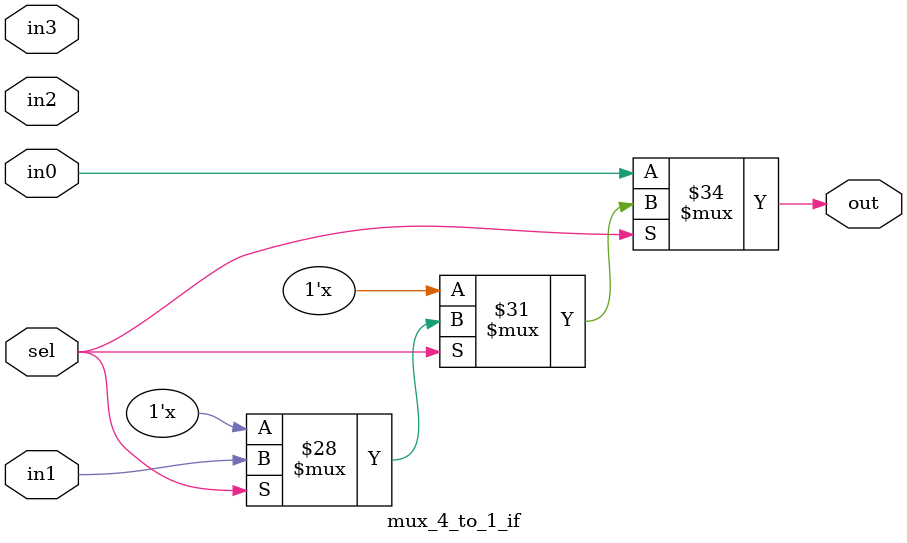
<source format=v>
module mux_4_to_1_if( out, in0, in1, in2, in3, sel ) ;

output out ;
input in0, in1, in2, in3 ;
input sel ;

reg out ;

always @ ( sel or in0 or in1 or in2 or in3 )
begin
  if ( sel == 2'b00 )
    out = in0 ;
  else if ( sel == 2'b01 )
    out = in1 ;
  else if ( sel == 2'b10 )
    out = in2 ;
  else if ( sel == 2'b11 )
    out = in3 ;
    
 end 

endmodule


</source>
